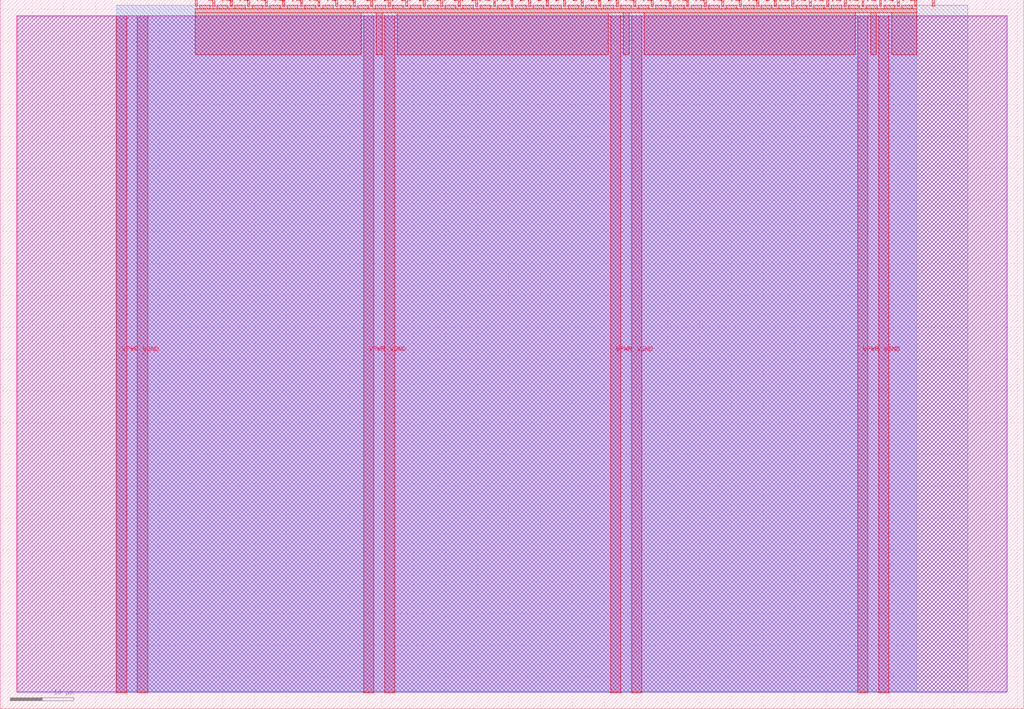
<source format=lef>
VERSION 5.7 ;
  NOWIREEXTENSIONATPIN ON ;
  DIVIDERCHAR "/" ;
  BUSBITCHARS "[]" ;
MACRO tt_um_gmejiamtz
  CLASS BLOCK ;
  FOREIGN tt_um_gmejiamtz ;
  ORIGIN 0.000 0.000 ;
  SIZE 161.000 BY 111.520 ;
  PIN VGND
    DIRECTION INOUT ;
    USE GROUND ;
    PORT
      LAYER met4 ;
        RECT 21.580 2.480 23.180 109.040 ;
    END
    PORT
      LAYER met4 ;
        RECT 60.450 2.480 62.050 109.040 ;
    END
    PORT
      LAYER met4 ;
        RECT 99.320 2.480 100.920 109.040 ;
    END
    PORT
      LAYER met4 ;
        RECT 138.190 2.480 139.790 109.040 ;
    END
  END VGND
  PIN VPWR
    DIRECTION INOUT ;
    USE POWER ;
    PORT
      LAYER met4 ;
        RECT 18.280 2.480 19.880 109.040 ;
    END
    PORT
      LAYER met4 ;
        RECT 57.150 2.480 58.750 109.040 ;
    END
    PORT
      LAYER met4 ;
        RECT 96.020 2.480 97.620 109.040 ;
    END
    PORT
      LAYER met4 ;
        RECT 134.890 2.480 136.490 109.040 ;
    END
  END VPWR
  PIN clk
    DIRECTION INPUT ;
    USE SIGNAL ;
    ANTENNAGATEAREA 0.852000 ;
    PORT
      LAYER met4 ;
        RECT 143.830 110.520 144.130 111.520 ;
    END
  END clk
  PIN ena
    DIRECTION INPUT ;
    USE SIGNAL ;
    PORT
      LAYER met4 ;
        RECT 146.590 110.520 146.890 111.520 ;
    END
  END ena
  PIN rst_n
    DIRECTION INPUT ;
    USE SIGNAL ;
    ANTENNAGATEAREA 0.213000 ;
    PORT
      LAYER met4 ;
        RECT 141.070 110.520 141.370 111.520 ;
    END
  END rst_n
  PIN ui_in[0]
    DIRECTION INPUT ;
    USE SIGNAL ;
    ANTENNAGATEAREA 0.196500 ;
    PORT
      LAYER met4 ;
        RECT 138.310 110.520 138.610 111.520 ;
    END
  END ui_in[0]
  PIN ui_in[1]
    DIRECTION INPUT ;
    USE SIGNAL ;
    ANTENNAGATEAREA 0.196500 ;
    PORT
      LAYER met4 ;
        RECT 135.550 110.520 135.850 111.520 ;
    END
  END ui_in[1]
  PIN ui_in[2]
    DIRECTION INPUT ;
    USE SIGNAL ;
    ANTENNAGATEAREA 0.196500 ;
    PORT
      LAYER met4 ;
        RECT 132.790 110.520 133.090 111.520 ;
    END
  END ui_in[2]
  PIN ui_in[3]
    DIRECTION INPUT ;
    USE SIGNAL ;
    ANTENNAGATEAREA 0.213000 ;
    PORT
      LAYER met4 ;
        RECT 130.030 110.520 130.330 111.520 ;
    END
  END ui_in[3]
  PIN ui_in[4]
    DIRECTION INPUT ;
    USE SIGNAL ;
    ANTENNAGATEAREA 0.196500 ;
    PORT
      LAYER met4 ;
        RECT 127.270 110.520 127.570 111.520 ;
    END
  END ui_in[4]
  PIN ui_in[5]
    DIRECTION INPUT ;
    USE SIGNAL ;
    PORT
      LAYER met4 ;
        RECT 124.510 110.520 124.810 111.520 ;
    END
  END ui_in[5]
  PIN ui_in[6]
    DIRECTION INPUT ;
    USE SIGNAL ;
    PORT
      LAYER met4 ;
        RECT 121.750 110.520 122.050 111.520 ;
    END
  END ui_in[6]
  PIN ui_in[7]
    DIRECTION INPUT ;
    USE SIGNAL ;
    PORT
      LAYER met4 ;
        RECT 118.990 110.520 119.290 111.520 ;
    END
  END ui_in[7]
  PIN uio_in[0]
    DIRECTION INPUT ;
    USE SIGNAL ;
    ANTENNAGATEAREA 0.196500 ;
    PORT
      LAYER met4 ;
        RECT 116.230 110.520 116.530 111.520 ;
    END
  END uio_in[0]
  PIN uio_in[1]
    DIRECTION INPUT ;
    USE SIGNAL ;
    ANTENNAGATEAREA 0.196500 ;
    PORT
      LAYER met4 ;
        RECT 113.470 110.520 113.770 111.520 ;
    END
  END uio_in[1]
  PIN uio_in[2]
    DIRECTION INPUT ;
    USE SIGNAL ;
    ANTENNAGATEAREA 0.196500 ;
    PORT
      LAYER met4 ;
        RECT 110.710 110.520 111.010 111.520 ;
    END
  END uio_in[2]
  PIN uio_in[3]
    DIRECTION INPUT ;
    USE SIGNAL ;
    ANTENNAGATEAREA 0.196500 ;
    PORT
      LAYER met4 ;
        RECT 107.950 110.520 108.250 111.520 ;
    END
  END uio_in[3]
  PIN uio_in[4]
    DIRECTION INPUT ;
    USE SIGNAL ;
    ANTENNAGATEAREA 0.196500 ;
    PORT
      LAYER met4 ;
        RECT 105.190 110.520 105.490 111.520 ;
    END
  END uio_in[4]
  PIN uio_in[5]
    DIRECTION INPUT ;
    USE SIGNAL ;
    ANTENNAGATEAREA 0.196500 ;
    PORT
      LAYER met4 ;
        RECT 102.430 110.520 102.730 111.520 ;
    END
  END uio_in[5]
  PIN uio_in[6]
    DIRECTION INPUT ;
    USE SIGNAL ;
    ANTENNAGATEAREA 0.196500 ;
    PORT
      LAYER met4 ;
        RECT 99.670 110.520 99.970 111.520 ;
    END
  END uio_in[6]
  PIN uio_in[7]
    DIRECTION INPUT ;
    USE SIGNAL ;
    ANTENNAGATEAREA 0.196500 ;
    PORT
      LAYER met4 ;
        RECT 96.910 110.520 97.210 111.520 ;
    END
  END uio_in[7]
  PIN uio_oe[0]
    DIRECTION OUTPUT ;
    USE SIGNAL ;
    PORT
      LAYER met4 ;
        RECT 49.990 110.520 50.290 111.520 ;
    END
  END uio_oe[0]
  PIN uio_oe[1]
    DIRECTION OUTPUT ;
    USE SIGNAL ;
    PORT
      LAYER met4 ;
        RECT 47.230 110.520 47.530 111.520 ;
    END
  END uio_oe[1]
  PIN uio_oe[2]
    DIRECTION OUTPUT ;
    USE SIGNAL ;
    PORT
      LAYER met4 ;
        RECT 44.470 110.520 44.770 111.520 ;
    END
  END uio_oe[2]
  PIN uio_oe[3]
    DIRECTION OUTPUT ;
    USE SIGNAL ;
    PORT
      LAYER met4 ;
        RECT 41.710 110.520 42.010 111.520 ;
    END
  END uio_oe[3]
  PIN uio_oe[4]
    DIRECTION OUTPUT ;
    USE SIGNAL ;
    PORT
      LAYER met4 ;
        RECT 38.950 110.520 39.250 111.520 ;
    END
  END uio_oe[4]
  PIN uio_oe[5]
    DIRECTION OUTPUT ;
    USE SIGNAL ;
    PORT
      LAYER met4 ;
        RECT 36.190 110.520 36.490 111.520 ;
    END
  END uio_oe[5]
  PIN uio_oe[6]
    DIRECTION OUTPUT ;
    USE SIGNAL ;
    PORT
      LAYER met4 ;
        RECT 33.430 110.520 33.730 111.520 ;
    END
  END uio_oe[6]
  PIN uio_oe[7]
    DIRECTION OUTPUT ;
    USE SIGNAL ;
    PORT
      LAYER met4 ;
        RECT 30.670 110.520 30.970 111.520 ;
    END
  END uio_oe[7]
  PIN uio_out[0]
    DIRECTION OUTPUT ;
    USE SIGNAL ;
    PORT
      LAYER met4 ;
        RECT 72.070 110.520 72.370 111.520 ;
    END
  END uio_out[0]
  PIN uio_out[1]
    DIRECTION OUTPUT ;
    USE SIGNAL ;
    PORT
      LAYER met4 ;
        RECT 69.310 110.520 69.610 111.520 ;
    END
  END uio_out[1]
  PIN uio_out[2]
    DIRECTION OUTPUT ;
    USE SIGNAL ;
    PORT
      LAYER met4 ;
        RECT 66.550 110.520 66.850 111.520 ;
    END
  END uio_out[2]
  PIN uio_out[3]
    DIRECTION OUTPUT ;
    USE SIGNAL ;
    PORT
      LAYER met4 ;
        RECT 63.790 110.520 64.090 111.520 ;
    END
  END uio_out[3]
  PIN uio_out[4]
    DIRECTION OUTPUT ;
    USE SIGNAL ;
    PORT
      LAYER met4 ;
        RECT 61.030 110.520 61.330 111.520 ;
    END
  END uio_out[4]
  PIN uio_out[5]
    DIRECTION OUTPUT ;
    USE SIGNAL ;
    PORT
      LAYER met4 ;
        RECT 58.270 110.520 58.570 111.520 ;
    END
  END uio_out[5]
  PIN uio_out[6]
    DIRECTION OUTPUT ;
    USE SIGNAL ;
    PORT
      LAYER met4 ;
        RECT 55.510 110.520 55.810 111.520 ;
    END
  END uio_out[6]
  PIN uio_out[7]
    DIRECTION OUTPUT ;
    USE SIGNAL ;
    PORT
      LAYER met4 ;
        RECT 52.750 110.520 53.050 111.520 ;
    END
  END uio_out[7]
  PIN uo_out[0]
    DIRECTION OUTPUT ;
    USE SIGNAL ;
    ANTENNADIFFAREA 0.445500 ;
    PORT
      LAYER met4 ;
        RECT 94.150 110.520 94.450 111.520 ;
    END
  END uo_out[0]
  PIN uo_out[1]
    DIRECTION OUTPUT ;
    USE SIGNAL ;
    PORT
      LAYER met4 ;
        RECT 91.390 110.520 91.690 111.520 ;
    END
  END uo_out[1]
  PIN uo_out[2]
    DIRECTION OUTPUT ;
    USE SIGNAL ;
    PORT
      LAYER met4 ;
        RECT 88.630 110.520 88.930 111.520 ;
    END
  END uo_out[2]
  PIN uo_out[3]
    DIRECTION OUTPUT ;
    USE SIGNAL ;
    PORT
      LAYER met4 ;
        RECT 85.870 110.520 86.170 111.520 ;
    END
  END uo_out[3]
  PIN uo_out[4]
    DIRECTION OUTPUT ;
    USE SIGNAL ;
    PORT
      LAYER met4 ;
        RECT 83.110 110.520 83.410 111.520 ;
    END
  END uo_out[4]
  PIN uo_out[5]
    DIRECTION OUTPUT ;
    USE SIGNAL ;
    PORT
      LAYER met4 ;
        RECT 80.350 110.520 80.650 111.520 ;
    END
  END uo_out[5]
  PIN uo_out[6]
    DIRECTION OUTPUT ;
    USE SIGNAL ;
    PORT
      LAYER met4 ;
        RECT 77.590 110.520 77.890 111.520 ;
    END
  END uo_out[6]
  PIN uo_out[7]
    DIRECTION OUTPUT ;
    USE SIGNAL ;
    PORT
      LAYER met4 ;
        RECT 74.830 110.520 75.130 111.520 ;
    END
  END uo_out[7]
  OBS
      LAYER nwell ;
        RECT 2.570 2.635 158.430 108.990 ;
      LAYER li1 ;
        RECT 2.760 2.635 158.240 108.885 ;
      LAYER met1 ;
        RECT 2.760 2.480 158.240 109.040 ;
      LAYER met2 ;
        RECT 18.310 2.535 152.160 110.685 ;
      LAYER met3 ;
        RECT 18.290 2.555 144.170 110.665 ;
      LAYER met4 ;
        RECT 31.370 110.120 33.030 110.665 ;
        RECT 34.130 110.120 35.790 110.665 ;
        RECT 36.890 110.120 38.550 110.665 ;
        RECT 39.650 110.120 41.310 110.665 ;
        RECT 42.410 110.120 44.070 110.665 ;
        RECT 45.170 110.120 46.830 110.665 ;
        RECT 47.930 110.120 49.590 110.665 ;
        RECT 50.690 110.120 52.350 110.665 ;
        RECT 53.450 110.120 55.110 110.665 ;
        RECT 56.210 110.120 57.870 110.665 ;
        RECT 58.970 110.120 60.630 110.665 ;
        RECT 61.730 110.120 63.390 110.665 ;
        RECT 64.490 110.120 66.150 110.665 ;
        RECT 67.250 110.120 68.910 110.665 ;
        RECT 70.010 110.120 71.670 110.665 ;
        RECT 72.770 110.120 74.430 110.665 ;
        RECT 75.530 110.120 77.190 110.665 ;
        RECT 78.290 110.120 79.950 110.665 ;
        RECT 81.050 110.120 82.710 110.665 ;
        RECT 83.810 110.120 85.470 110.665 ;
        RECT 86.570 110.120 88.230 110.665 ;
        RECT 89.330 110.120 90.990 110.665 ;
        RECT 92.090 110.120 93.750 110.665 ;
        RECT 94.850 110.120 96.510 110.665 ;
        RECT 97.610 110.120 99.270 110.665 ;
        RECT 100.370 110.120 102.030 110.665 ;
        RECT 103.130 110.120 104.790 110.665 ;
        RECT 105.890 110.120 107.550 110.665 ;
        RECT 108.650 110.120 110.310 110.665 ;
        RECT 111.410 110.120 113.070 110.665 ;
        RECT 114.170 110.120 115.830 110.665 ;
        RECT 116.930 110.120 118.590 110.665 ;
        RECT 119.690 110.120 121.350 110.665 ;
        RECT 122.450 110.120 124.110 110.665 ;
        RECT 125.210 110.120 126.870 110.665 ;
        RECT 127.970 110.120 129.630 110.665 ;
        RECT 130.730 110.120 132.390 110.665 ;
        RECT 133.490 110.120 135.150 110.665 ;
        RECT 136.250 110.120 137.910 110.665 ;
        RECT 139.010 110.120 140.670 110.665 ;
        RECT 141.770 110.120 143.430 110.665 ;
        RECT 30.655 109.440 144.145 110.120 ;
        RECT 30.655 102.855 56.750 109.440 ;
        RECT 59.150 102.855 60.050 109.440 ;
        RECT 62.450 102.855 95.620 109.440 ;
        RECT 98.020 102.855 98.920 109.440 ;
        RECT 101.320 102.855 134.490 109.440 ;
        RECT 136.890 102.855 137.790 109.440 ;
        RECT 140.190 102.855 144.145 109.440 ;
  END
END tt_um_gmejiamtz
END LIBRARY


</source>
